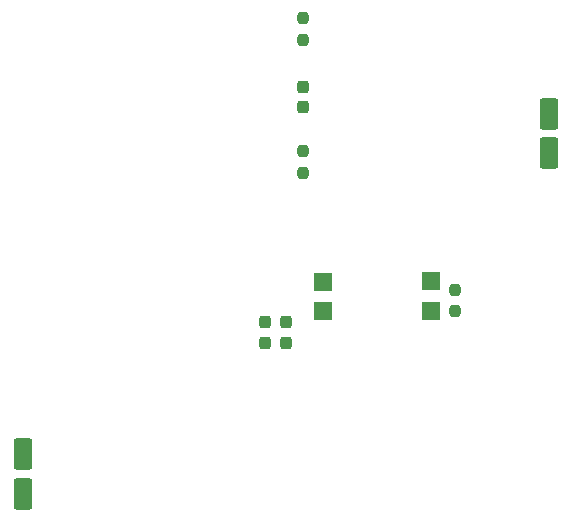
<source format=gbr>
%TF.GenerationSoftware,KiCad,Pcbnew,8.0.3*%
%TF.CreationDate,2024-06-13T16:05:24+05:30*%
%TF.ProjectId,OptoIsolation,4f70746f-4973-46f6-9c61-74696f6e2e6b,rev?*%
%TF.SameCoordinates,Original*%
%TF.FileFunction,Paste,Top*%
%TF.FilePolarity,Positive*%
%FSLAX46Y46*%
G04 Gerber Fmt 4.6, Leading zero omitted, Abs format (unit mm)*
G04 Created by KiCad (PCBNEW 8.0.3) date 2024-06-13 16:05:24*
%MOMM*%
%LPD*%
G01*
G04 APERTURE LIST*
G04 Aperture macros list*
%AMRoundRect*
0 Rectangle with rounded corners*
0 $1 Rounding radius*
0 $2 $3 $4 $5 $6 $7 $8 $9 X,Y pos of 4 corners*
0 Add a 4 corners polygon primitive as box body*
4,1,4,$2,$3,$4,$5,$6,$7,$8,$9,$2,$3,0*
0 Add four circle primitives for the rounded corners*
1,1,$1+$1,$2,$3*
1,1,$1+$1,$4,$5*
1,1,$1+$1,$6,$7*
1,1,$1+$1,$8,$9*
0 Add four rect primitives between the rounded corners*
20,1,$1+$1,$2,$3,$4,$5,0*
20,1,$1+$1,$4,$5,$6,$7,0*
20,1,$1+$1,$6,$7,$8,$9,0*
20,1,$1+$1,$8,$9,$2,$3,0*%
G04 Aperture macros list end*
%ADD10RoundRect,0.237500X0.237500X-0.250000X0.237500X0.250000X-0.237500X0.250000X-0.237500X-0.250000X0*%
%ADD11RoundRect,0.237500X0.237500X-0.300000X0.237500X0.300000X-0.237500X0.300000X-0.237500X-0.300000X0*%
%ADD12RoundRect,0.237500X-0.237500X0.250000X-0.237500X-0.250000X0.237500X-0.250000X0.237500X0.250000X0*%
%ADD13RoundRect,0.250000X0.550000X-1.075000X0.550000X1.075000X-0.550000X1.075000X-0.550000X-1.075000X0*%
%ADD14R,1.600000X1.500000*%
G04 APERTURE END LIST*
D10*
%TO.C,R15*%
X187400000Y-74487500D03*
X187400000Y-72662500D03*
%TD*%
D11*
%TO.C,C4*%
X187400000Y-68951800D03*
X187400000Y-67226800D03*
%TD*%
%TO.C,C5*%
X184175000Y-88860800D03*
X184175000Y-87135800D03*
%TD*%
D12*
%TO.C,R8*%
X200275000Y-84375000D03*
X200275000Y-86200000D03*
%TD*%
D13*
%TO.C,C7*%
X208225000Y-72825000D03*
X208225000Y-69475000D03*
%TD*%
%TO.C,C6*%
X163725000Y-101675000D03*
X163725000Y-98325000D03*
%TD*%
D14*
%TO.C,U5*%
X198231928Y-86230000D03*
X198231928Y-83690000D03*
X189108073Y-83699650D03*
X189108073Y-86230000D03*
%TD*%
D11*
%TO.C,C3*%
X186025000Y-88862500D03*
X186025000Y-87137500D03*
%TD*%
D10*
%TO.C,R10*%
X187400000Y-63212500D03*
X187400000Y-61387500D03*
%TD*%
M02*

</source>
